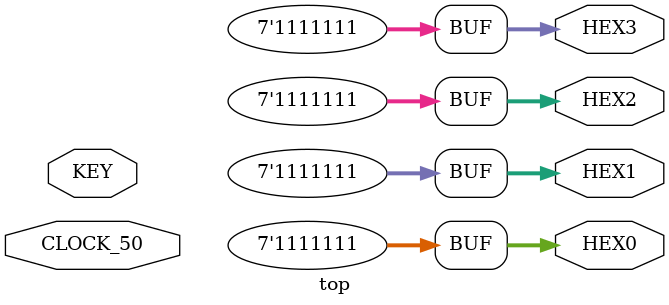
<source format=v>

module top (
    // Clock input
    input wire CLOCK_50,           // 50 MHz clock
    
    // Key inputs (active-low)
    input wire [1:0] KEY,          // KEY[0] = Start/Pause, KEY[1] = Reset
    
    // 7-segment display outputs (active-low)
    output wire [6:0] HEX0,        // Ones of seconds
    output wire [6:0] HEX1,        // Tens of seconds  
    output wire [6:0] HEX2,        // Ones of minutes
    output wire [6:0] HEX3         // Tens of minutes
);

    // Internal signals - to be implemented in future commits
    
    // For now, turn off all 7-segment displays (active-low, so set to 1)
    assign HEX0 = 7'b1111111;
    assign HEX1 = 7'b1111111;
    assign HEX2 = 7'b1111111;
    assign HEX3 = 7'b1111111;

endmodule
</source>
